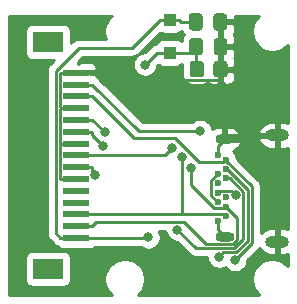
<source format=gbr>
%TF.GenerationSoftware,KiCad,Pcbnew,(5.1.7)-1*%
%TF.CreationDate,2021-02-26T18:48:08+00:00*%
%TF.ProjectId,Small Camera Adapter,536d616c-6c20-4436-916d-657261204164,rev?*%
%TF.SameCoordinates,Original*%
%TF.FileFunction,Copper,L2,Bot*%
%TF.FilePolarity,Positive*%
%FSLAX46Y46*%
G04 Gerber Fmt 4.6, Leading zero omitted, Abs format (unit mm)*
G04 Created by KiCad (PCBNEW (5.1.7)-1) date 2021-02-26 18:48:08*
%MOMM*%
%LPD*%
G01*
G04 APERTURE LIST*
%TA.AperFunction,ComponentPad*%
%ADD10O,2.000000X1.000000*%
%TD*%
%TA.AperFunction,ComponentPad*%
%ADD11O,1.600000X0.800000*%
%TD*%
%TA.AperFunction,ComponentPad*%
%ADD12C,0.600000*%
%TD*%
%TA.AperFunction,SMDPad,CuDef*%
%ADD13R,2.200000X0.600000*%
%TD*%
%TA.AperFunction,SMDPad,CuDef*%
%ADD14R,2.600000X1.800000*%
%TD*%
%TA.AperFunction,SMDPad,CuDef*%
%ADD15R,1.100000X1.100000*%
%TD*%
%TA.AperFunction,ViaPad*%
%ADD16C,0.800000*%
%TD*%
%TA.AperFunction,Conductor*%
%ADD17C,0.250000*%
%TD*%
%TA.AperFunction,Conductor*%
%ADD18C,0.254000*%
%TD*%
%TA.AperFunction,Conductor*%
%ADD19C,0.100000*%
%TD*%
G04 APERTURE END LIST*
D10*
%TO.P,J2,S4*%
%TO.N,GND*%
X163700000Y-118910000D03*
%TO.P,J2,S3*%
X163700000Y-127890000D03*
D11*
%TO.P,J2,S2*%
X159250000Y-119220000D03*
%TO.P,J2,S1*%
X159250000Y-127480000D03*
D12*
%TO.P,J2,B12*%
X158650000Y-126150000D03*
%TO.P,J2,B11*%
%TO.N,CAMERASCL*%
X159350000Y-125750000D03*
%TO.P,J2,B10*%
%TO.N,CAMERASDA*%
X159350000Y-124950000D03*
%TO.P,J2,B9*%
%TO.N,3.3VProtected*%
X158650000Y-124550000D03*
%TO.P,J2,B8*%
%TO.N,CAMERACN*%
X159350000Y-124150000D03*
%TO.P,J2,B7*%
%TO.N,CAMERADN1*%
X158650000Y-123750000D03*
%TO.P,J2,B6*%
%TO.N,CAMERADP1*%
X158650000Y-122950000D03*
%TO.P,J2,B5*%
%TO.N,CAMERACP*%
X159350000Y-122550000D03*
%TO.P,J2,B4*%
%TO.N,3.3VProtected*%
X158650000Y-122150000D03*
%TO.P,J2,B3*%
%TO.N,CAMERADN0*%
X159350000Y-121750000D03*
%TO.P,J2,B2*%
%TO.N,CAMERADP0*%
X159350000Y-120950000D03*
%TO.P,J2,B1*%
%TO.N,GND*%
X158650000Y-120550000D03*
%TD*%
D13*
%TO.P,J1,5*%
%TO.N,CAMERAGPIO*%
X146700000Y-123600000D03*
%TO.P,J1,4*%
%TO.N,Net-(J1-Pad4)*%
X146700000Y-124600000D03*
%TO.P,J1,6*%
%TO.N,GND*%
X146700000Y-122600000D03*
%TO.P,J1,3*%
%TO.N,CAMERASCL*%
X146700000Y-125600000D03*
D14*
%TO.P,J1,Z2*%
%TO.N,N/C*%
X144300000Y-111000000D03*
%TO.P,J1,Z1*%
X144300000Y-130200000D03*
D13*
%TO.P,J1,2*%
%TO.N,CAMERASDA*%
X146700000Y-126600000D03*
%TO.P,J1,1*%
%TO.N,3.3VProtected*%
X146700000Y-127600000D03*
%TO.P,J1,7*%
%TO.N,CAMERACP*%
X146700000Y-121600000D03*
%TO.P,J1,8*%
%TO.N,CAMERACN*%
X146700000Y-120600000D03*
%TO.P,J1,9*%
%TO.N,GND*%
X146700000Y-119600000D03*
%TO.P,J1,10*%
%TO.N,CAMERADP1*%
X146700000Y-118600000D03*
%TO.P,J1,11*%
%TO.N,CAMERADN1*%
X146700000Y-117600000D03*
%TO.P,J1,12*%
%TO.N,GND*%
X146700000Y-116600000D03*
%TO.P,J1,13*%
%TO.N,CAMERADP0*%
X146700000Y-115600000D03*
%TO.P,J1,14*%
%TO.N,CAMERADN0*%
X146700000Y-114600000D03*
%TO.P,J1,15*%
%TO.N,GND*%
X146700000Y-113600000D03*
%TD*%
D15*
%TO.P,D2,1*%
%TO.N,3.3VProtected*%
X154600000Y-109100000D03*
%TO.P,D2,2*%
%TO.N,Net-(C2-Pad1)*%
X154600000Y-111900000D03*
%TD*%
%TO.P,C1,2*%
%TO.N,GND*%
%TA.AperFunction,SMDPad,CuDef*%
G36*
G01*
X158288000Y-109775000D02*
X158288000Y-108825000D01*
G75*
G02*
X158538000Y-108575000I250000J0D01*
G01*
X159213000Y-108575000D01*
G75*
G02*
X159463000Y-108825000I0J-250000D01*
G01*
X159463000Y-109775000D01*
G75*
G02*
X159213000Y-110025000I-250000J0D01*
G01*
X158538000Y-110025000D01*
G75*
G02*
X158288000Y-109775000I0J250000D01*
G01*
G37*
%TD.AperFunction*%
%TO.P,C1,1*%
%TO.N,3.3VProtected*%
%TA.AperFunction,SMDPad,CuDef*%
G36*
G01*
X156213000Y-109775000D02*
X156213000Y-108825000D01*
G75*
G02*
X156463000Y-108575000I250000J0D01*
G01*
X157138000Y-108575000D01*
G75*
G02*
X157388000Y-108825000I0J-250000D01*
G01*
X157388000Y-109775000D01*
G75*
G02*
X157138000Y-110025000I-250000J0D01*
G01*
X156463000Y-110025000D01*
G75*
G02*
X156213000Y-109775000I0J250000D01*
G01*
G37*
%TD.AperFunction*%
%TD*%
%TO.P,C2,1*%
%TO.N,Net-(C2-Pad1)*%
%TA.AperFunction,SMDPad,CuDef*%
G36*
G01*
X156237000Y-111875000D02*
X156237000Y-110925000D01*
G75*
G02*
X156487000Y-110675000I250000J0D01*
G01*
X157162000Y-110675000D01*
G75*
G02*
X157412000Y-110925000I0J-250000D01*
G01*
X157412000Y-111875000D01*
G75*
G02*
X157162000Y-112125000I-250000J0D01*
G01*
X156487000Y-112125000D01*
G75*
G02*
X156237000Y-111875000I0J250000D01*
G01*
G37*
%TD.AperFunction*%
%TO.P,C2,2*%
%TO.N,GND*%
%TA.AperFunction,SMDPad,CuDef*%
G36*
G01*
X158312000Y-111875000D02*
X158312000Y-110925000D01*
G75*
G02*
X158562000Y-110675000I250000J0D01*
G01*
X159237000Y-110675000D01*
G75*
G02*
X159487000Y-110925000I0J-250000D01*
G01*
X159487000Y-111875000D01*
G75*
G02*
X159237000Y-112125000I-250000J0D01*
G01*
X158562000Y-112125000D01*
G75*
G02*
X158312000Y-111875000I0J250000D01*
G01*
G37*
%TD.AperFunction*%
%TD*%
%TO.P,R1,1*%
%TO.N,GND*%
%TA.AperFunction,SMDPad,CuDef*%
G36*
G01*
X159500000Y-112849999D02*
X159500000Y-113750001D01*
G75*
G02*
X159250001Y-114000000I-249999J0D01*
G01*
X158549999Y-114000000D01*
G75*
G02*
X158300000Y-113750001I0J249999D01*
G01*
X158300000Y-112849999D01*
G75*
G02*
X158549999Y-112600000I249999J0D01*
G01*
X159250001Y-112600000D01*
G75*
G02*
X159500000Y-112849999I0J-249999D01*
G01*
G37*
%TD.AperFunction*%
%TO.P,R1,2*%
%TO.N,Net-(C2-Pad1)*%
%TA.AperFunction,SMDPad,CuDef*%
G36*
G01*
X157500000Y-112849999D02*
X157500000Y-113750001D01*
G75*
G02*
X157250001Y-114000000I-249999J0D01*
G01*
X156549999Y-114000000D01*
G75*
G02*
X156300000Y-113750001I0J249999D01*
G01*
X156300000Y-112849999D01*
G75*
G02*
X156549999Y-112600000I249999J0D01*
G01*
X157250001Y-112600000D01*
G75*
G02*
X157500000Y-112849999I0J-249999D01*
G01*
G37*
%TD.AperFunction*%
%TD*%
D16*
%TO.N,3.3VProtected*%
X152800000Y-127549500D03*
%TO.N,CAMERASCL*%
X155665100Y-120721500D03*
%TO.N,CAMERASDA*%
X156403800Y-121706000D03*
%TO.N,CAMERACP*%
X155255500Y-126884800D03*
X148301600Y-122262900D03*
%TO.N,CAMERACN*%
X154801800Y-119997800D03*
%TO.N,CAMERADP1*%
X148973300Y-119764200D03*
%TO.N,CAMERADN1*%
X149103400Y-118653400D03*
X160186900Y-123955200D03*
%TO.N,CAMERADP0*%
X160144600Y-129455800D03*
%TO.N,CAMERADN0*%
X157188200Y-118537700D03*
X158784600Y-129175300D03*
%TO.N,Net-(C2-Pad1)*%
X152525000Y-112910700D03*
%TD*%
D17*
%TO.N,GND*%
X158900000Y-114253100D02*
X158900000Y-113300000D01*
X159247600Y-118910000D02*
X159247600Y-114600700D01*
X159247600Y-114600700D02*
X158900000Y-114253100D01*
X158900000Y-114253100D02*
X149120900Y-114253100D01*
X149120900Y-114253100D02*
X148467800Y-113600000D01*
X148467800Y-113600000D02*
X146700000Y-113600000D01*
X146700000Y-122600000D02*
X145350000Y-122600000D01*
X145350000Y-119600000D02*
X145350000Y-122600000D01*
X145450000Y-116600000D02*
X145350000Y-116700000D01*
X145350000Y-116700000D02*
X145350000Y-119600000D01*
X146700000Y-119600000D02*
X145350000Y-119600000D01*
X145350000Y-113600000D02*
X145350000Y-116500000D01*
X145350000Y-116500000D02*
X145450000Y-116600000D01*
X146700000Y-113600000D02*
X145350000Y-113600000D01*
X146700000Y-116600000D02*
X145450000Y-116600000D01*
X159247600Y-119220000D02*
X159247600Y-118910000D01*
X159247600Y-118910000D02*
X162450000Y-118910000D01*
X163700000Y-118910000D02*
X162450000Y-118910000D01*
X158900000Y-113300000D02*
X158899500Y-113299500D01*
X158899500Y-113299500D02*
X158899500Y-111400000D01*
X158899500Y-111400000D02*
X158875500Y-111376000D01*
X158875500Y-111376000D02*
X158875500Y-109300000D01*
X158650000Y-120550000D02*
X158650000Y-119817600D01*
X158650000Y-119817600D02*
X159247600Y-119220000D01*
X159247600Y-119220000D02*
X159250000Y-119220000D01*
X158650000Y-126150000D02*
X158650000Y-126880000D01*
X158650000Y-126880000D02*
X159250000Y-127480000D01*
%TO.N,3.3VProtected*%
X154600000Y-109100000D02*
X155400000Y-109100000D01*
X156800500Y-109300000D02*
X155600000Y-109300000D01*
X155600000Y-109300000D02*
X155400000Y-109100000D01*
X158650000Y-124550000D02*
X158114500Y-124014500D01*
X158114500Y-124014500D02*
X158114500Y-122685500D01*
X158114500Y-122685500D02*
X158650000Y-122150000D01*
X146700000Y-127600000D02*
X152749500Y-127600000D01*
X152749500Y-127600000D02*
X152800000Y-127549500D01*
X146125000Y-127600000D02*
X146700000Y-127600000D01*
X146125000Y-127600000D02*
X145350000Y-127600000D01*
X154600000Y-109100000D02*
X153800000Y-109100000D01*
X145350000Y-127600000D02*
X144954600Y-127204600D01*
X144954600Y-127204600D02*
X144954600Y-113442700D01*
X144954600Y-113442700D02*
X146930400Y-111466900D01*
X146930400Y-111466900D02*
X151433100Y-111466900D01*
X151433100Y-111466900D02*
X153800000Y-109100000D01*
%TO.N,CAMERASCL*%
X155665100Y-125600000D02*
X159200000Y-125600000D01*
X159200000Y-125600000D02*
X159350000Y-125750000D01*
X148050000Y-125600000D02*
X155665100Y-125600000D01*
X155665100Y-125600000D02*
X155665100Y-120721500D01*
X146700000Y-125600000D02*
X148050000Y-125600000D01*
%TO.N,CAMERASDA*%
X159350000Y-124950000D02*
X159205700Y-125094300D01*
X159205700Y-125094300D02*
X158356500Y-125094300D01*
X158356500Y-125094300D02*
X156403800Y-123141600D01*
X156403800Y-123141600D02*
X156403800Y-121706000D01*
X148050000Y-126600000D02*
X148390600Y-126259400D01*
X148390600Y-126259400D02*
X155824000Y-126259400D01*
X155824000Y-126259400D02*
X157674400Y-128109800D01*
X157674400Y-128109800D02*
X159927000Y-128109800D01*
X159927000Y-128109800D02*
X160306500Y-127730300D01*
X160306500Y-127730300D02*
X160306500Y-125906500D01*
X160306500Y-125906500D02*
X159350000Y-124950000D01*
X146700000Y-126600000D02*
X148050000Y-126600000D01*
%TO.N,CAMERACP*%
X148050000Y-121600000D02*
X148050000Y-122011300D01*
X148050000Y-122011300D02*
X148301600Y-122262900D01*
X146700000Y-121600000D02*
X148050000Y-121600000D01*
X159350000Y-122550000D02*
X159678300Y-122550000D01*
X159678300Y-122550000D02*
X160840000Y-123711700D01*
X160840000Y-123711700D02*
X160840000Y-127692500D01*
X160840000Y-127692500D02*
X160072300Y-128460200D01*
X160072300Y-128460200D02*
X156830900Y-128460200D01*
X156830900Y-128460200D02*
X155255500Y-126884800D01*
%TO.N,CAMERACN*%
X146700000Y-120600000D02*
X154199600Y-120600000D01*
X154199600Y-120600000D02*
X154801800Y-119997800D01*
%TO.N,CAMERADP1*%
X146700000Y-118600000D02*
X148050000Y-118600000D01*
X148050000Y-118600000D02*
X148050000Y-118840900D01*
X148050000Y-118840900D02*
X148973300Y-119764200D01*
%TO.N,CAMERADN1*%
X148050000Y-117600000D02*
X149103400Y-118653400D01*
X146700000Y-117600000D02*
X148050000Y-117600000D01*
X158650000Y-123750000D02*
X158803200Y-123596800D01*
X158803200Y-123596800D02*
X159828500Y-123596800D01*
X159828500Y-123596800D02*
X160186900Y-123955200D01*
%TO.N,CAMERADP0*%
X148050000Y-115600000D02*
X151558300Y-119108300D01*
X151558300Y-119108300D02*
X155089300Y-119108300D01*
X155089300Y-119108300D02*
X157117000Y-121136000D01*
X157117000Y-121136000D02*
X159164000Y-121136000D01*
X159164000Y-121136000D02*
X159321600Y-120978400D01*
X159321600Y-120978400D02*
X161571700Y-123228500D01*
X161571700Y-123228500D02*
X161571700Y-128028700D01*
X161571700Y-128028700D02*
X160144600Y-129455800D01*
X159321600Y-120978400D02*
X159350000Y-120950000D01*
X146700000Y-115600000D02*
X148050000Y-115600000D01*
%TO.N,CAMERADN0*%
X157188200Y-118537700D02*
X151987700Y-118537700D01*
X151987700Y-118537700D02*
X148050000Y-114600000D01*
X158784600Y-129175300D02*
X159149300Y-128810600D01*
X159149300Y-128810600D02*
X160217400Y-128810600D01*
X160217400Y-128810600D02*
X161220400Y-127807600D01*
X161220400Y-127807600D02*
X161220400Y-123549400D01*
X161220400Y-123549400D02*
X159421000Y-121750000D01*
X159421000Y-121750000D02*
X159350000Y-121750000D01*
X146700000Y-114600000D02*
X148050000Y-114600000D01*
%TO.N,Net-(C2-Pad1)*%
X156824500Y-111900000D02*
X156824500Y-111400000D01*
X156900000Y-113300000D02*
X156824500Y-113224500D01*
X156824500Y-113224500D02*
X156824500Y-111900000D01*
X156824500Y-111900000D02*
X155400000Y-111900000D01*
X154600000Y-111900000D02*
X155400000Y-111900000D01*
X154600000Y-111900000D02*
X153535700Y-111900000D01*
X153535700Y-111900000D02*
X152525000Y-112910700D01*
%TD*%
D18*
%TO.N,GND*%
X149452337Y-108994002D02*
X149262463Y-109278169D01*
X149131675Y-109593919D01*
X149065000Y-109929117D01*
X149065000Y-110270883D01*
X149131675Y-110606081D01*
X149173436Y-110706900D01*
X146967722Y-110706900D01*
X146930399Y-110703224D01*
X146893076Y-110706900D01*
X146893067Y-110706900D01*
X146781414Y-110717897D01*
X146669827Y-110751746D01*
X146638153Y-110761354D01*
X146506123Y-110831926D01*
X146424619Y-110898815D01*
X146390399Y-110926899D01*
X146366601Y-110955897D01*
X146238072Y-111084426D01*
X146238072Y-110100000D01*
X146225812Y-109975518D01*
X146189502Y-109855820D01*
X146130537Y-109745506D01*
X146051185Y-109648815D01*
X145954494Y-109569463D01*
X145844180Y-109510498D01*
X145724482Y-109474188D01*
X145600000Y-109461928D01*
X143000000Y-109461928D01*
X142875518Y-109474188D01*
X142755820Y-109510498D01*
X142645506Y-109569463D01*
X142548815Y-109648815D01*
X142469463Y-109745506D01*
X142410498Y-109855820D01*
X142374188Y-109975518D01*
X142361928Y-110100000D01*
X142361928Y-111900000D01*
X142374188Y-112024482D01*
X142410498Y-112144180D01*
X142469463Y-112254494D01*
X142548815Y-112351185D01*
X142645506Y-112430537D01*
X142755820Y-112489502D01*
X142875518Y-112525812D01*
X143000000Y-112538072D01*
X144784427Y-112538072D01*
X144443598Y-112878901D01*
X144414600Y-112902699D01*
X144390802Y-112931697D01*
X144390801Y-112931698D01*
X144319626Y-113018424D01*
X144249054Y-113150454D01*
X144205598Y-113293715D01*
X144190924Y-113442700D01*
X144194601Y-113480032D01*
X144194600Y-127167278D01*
X144190924Y-127204600D01*
X144194600Y-127241922D01*
X144194600Y-127241932D01*
X144205597Y-127353585D01*
X144246583Y-127488699D01*
X144249054Y-127496846D01*
X144319626Y-127628876D01*
X144359471Y-127677426D01*
X144414599Y-127744601D01*
X144443603Y-127768404D01*
X144786196Y-128110997D01*
X144809999Y-128140001D01*
X144925724Y-128234974D01*
X145057753Y-128305546D01*
X145129129Y-128327197D01*
X145148815Y-128351185D01*
X145245506Y-128430537D01*
X145355820Y-128489502D01*
X145475518Y-128525812D01*
X145600000Y-128538072D01*
X147800000Y-128538072D01*
X147924482Y-128525812D01*
X148044180Y-128489502D01*
X148154494Y-128430537D01*
X148240444Y-128360000D01*
X152150048Y-128360000D01*
X152309744Y-128466705D01*
X152498102Y-128544726D01*
X152698061Y-128584500D01*
X152901939Y-128584500D01*
X153101898Y-128544726D01*
X153290256Y-128466705D01*
X153459774Y-128353437D01*
X153603937Y-128209274D01*
X153717205Y-128039756D01*
X153795226Y-127851398D01*
X153835000Y-127651439D01*
X153835000Y-127447561D01*
X153795226Y-127247602D01*
X153717205Y-127059244D01*
X153690582Y-127019400D01*
X154226997Y-127019400D01*
X154260274Y-127186698D01*
X154338295Y-127375056D01*
X154451563Y-127544574D01*
X154595726Y-127688737D01*
X154765244Y-127802005D01*
X154953602Y-127880026D01*
X155153561Y-127919800D01*
X155215699Y-127919800D01*
X156267101Y-128971203D01*
X156290899Y-129000201D01*
X156319897Y-129023999D01*
X156406623Y-129095174D01*
X156516495Y-129153902D01*
X156538653Y-129165746D01*
X156681914Y-129209203D01*
X156793567Y-129220200D01*
X156793576Y-129220200D01*
X156830899Y-129223876D01*
X156868222Y-129220200D01*
X157749600Y-129220200D01*
X157749600Y-129277239D01*
X157789374Y-129477198D01*
X157867395Y-129665556D01*
X157980663Y-129835074D01*
X158124826Y-129979237D01*
X158294344Y-130092505D01*
X158482702Y-130170526D01*
X158682661Y-130210300D01*
X158886539Y-130210300D01*
X159086498Y-130170526D01*
X159274856Y-130092505D01*
X159309695Y-130069227D01*
X159340663Y-130115574D01*
X159484826Y-130259737D01*
X159654344Y-130373005D01*
X159842702Y-130451026D01*
X160042661Y-130490800D01*
X160246539Y-130490800D01*
X160446498Y-130451026D01*
X160634856Y-130373005D01*
X160804374Y-130259737D01*
X160948537Y-130115574D01*
X161061805Y-129946056D01*
X161139826Y-129757698D01*
X161179600Y-129557739D01*
X161179600Y-129495601D01*
X162082703Y-128592499D01*
X162111701Y-128568701D01*
X162206674Y-128452976D01*
X162208353Y-128449834D01*
X162307631Y-128602764D01*
X162463831Y-128763161D01*
X162648322Y-128890003D01*
X162854013Y-128978415D01*
X163073000Y-129025000D01*
X163573000Y-129025000D01*
X163573000Y-128017000D01*
X163553000Y-128017000D01*
X163553000Y-127763000D01*
X163573000Y-127763000D01*
X163573000Y-126755000D01*
X163073000Y-126755000D01*
X162854013Y-126801585D01*
X162648322Y-126889997D01*
X162463831Y-127016839D01*
X162331700Y-127152520D01*
X162331700Y-123265823D01*
X162335376Y-123228500D01*
X162331700Y-123191177D01*
X162331700Y-123191167D01*
X162320703Y-123079514D01*
X162277246Y-122936253D01*
X162235371Y-122857911D01*
X162206674Y-122804223D01*
X162135499Y-122717497D01*
X162111701Y-122688499D01*
X162082704Y-122664702D01*
X160285000Y-120866999D01*
X160285000Y-120857911D01*
X160249068Y-120677271D01*
X160178586Y-120507111D01*
X160076262Y-120353972D01*
X159946028Y-120223738D01*
X159938647Y-120218806D01*
X159976478Y-120210336D01*
X160163410Y-120127614D01*
X160330612Y-120010013D01*
X160471658Y-119862052D01*
X160581128Y-119689418D01*
X160644666Y-119506123D01*
X160516998Y-119347000D01*
X159377000Y-119347000D01*
X159377000Y-119367000D01*
X159123000Y-119367000D01*
X159123000Y-119347000D01*
X159103000Y-119347000D01*
X159103000Y-119211874D01*
X162105881Y-119211874D01*
X162185724Y-119434976D01*
X162307631Y-119622764D01*
X162463831Y-119783161D01*
X162648322Y-119910003D01*
X162854013Y-119998415D01*
X163073000Y-120045000D01*
X163573000Y-120045000D01*
X163573000Y-119037000D01*
X162232046Y-119037000D01*
X162105881Y-119211874D01*
X159103000Y-119211874D01*
X159103000Y-119093000D01*
X159123000Y-119093000D01*
X159123000Y-118185000D01*
X159377000Y-118185000D01*
X159377000Y-119093000D01*
X160516998Y-119093000D01*
X160644666Y-118933877D01*
X160581128Y-118750582D01*
X160490795Y-118608126D01*
X162105881Y-118608126D01*
X162232046Y-118783000D01*
X163573000Y-118783000D01*
X163573000Y-117775000D01*
X163073000Y-117775000D01*
X162854013Y-117821585D01*
X162648322Y-117909997D01*
X162463831Y-118036839D01*
X162307631Y-118197236D01*
X162185724Y-118385024D01*
X162105881Y-118608126D01*
X160490795Y-118608126D01*
X160471658Y-118577948D01*
X160330612Y-118429987D01*
X160163410Y-118312386D01*
X159976478Y-118229664D01*
X159777000Y-118185000D01*
X159377000Y-118185000D01*
X159123000Y-118185000D01*
X158723000Y-118185000D01*
X158523522Y-118229664D01*
X158336590Y-118312386D01*
X158215588Y-118397492D01*
X158183426Y-118235802D01*
X158105405Y-118047444D01*
X157992137Y-117877926D01*
X157847974Y-117733763D01*
X157678456Y-117620495D01*
X157490098Y-117542474D01*
X157290139Y-117502700D01*
X157086261Y-117502700D01*
X156886302Y-117542474D01*
X156697944Y-117620495D01*
X156528426Y-117733763D01*
X156484489Y-117777700D01*
X152302502Y-117777700D01*
X148613804Y-114089003D01*
X148590001Y-114059999D01*
X148474276Y-113965026D01*
X148433799Y-113943390D01*
X148438072Y-113900000D01*
X148435000Y-113885750D01*
X148276250Y-113727000D01*
X148075053Y-113727000D01*
X148044180Y-113710498D01*
X147924482Y-113674188D01*
X147800000Y-113661928D01*
X146553000Y-113661928D01*
X146553000Y-113473000D01*
X146573000Y-113473000D01*
X146573000Y-113453000D01*
X146827000Y-113453000D01*
X146827000Y-113473000D01*
X148276250Y-113473000D01*
X148435000Y-113314250D01*
X148438072Y-113300000D01*
X148425812Y-113175518D01*
X148389502Y-113055820D01*
X148330537Y-112945506D01*
X148251185Y-112848815D01*
X148154494Y-112769463D01*
X148044180Y-112710498D01*
X147924482Y-112674188D01*
X147800000Y-112661928D01*
X146985750Y-112665000D01*
X146827002Y-112823748D01*
X146827002Y-112665000D01*
X146807102Y-112665000D01*
X147245202Y-112226900D01*
X151395778Y-112226900D01*
X151433100Y-112230576D01*
X151470422Y-112226900D01*
X151470433Y-112226900D01*
X151582086Y-112215903D01*
X151725347Y-112172446D01*
X151857376Y-112101874D01*
X151973101Y-112006901D01*
X151996904Y-111977897D01*
X153759864Y-110214938D01*
X153805820Y-110239502D01*
X153925518Y-110275812D01*
X154050000Y-110288072D01*
X155150000Y-110288072D01*
X155274482Y-110275812D01*
X155394180Y-110239502D01*
X155504494Y-110180537D01*
X155601185Y-110101185D01*
X155628344Y-110068091D01*
X155642528Y-110114850D01*
X155724595Y-110268386D01*
X155803573Y-110364622D01*
X155748595Y-110431614D01*
X155666528Y-110585150D01*
X155615992Y-110751746D01*
X155601472Y-110899165D01*
X155601185Y-110898815D01*
X155504494Y-110819463D01*
X155394180Y-110760498D01*
X155274482Y-110724188D01*
X155150000Y-110711928D01*
X154050000Y-110711928D01*
X153925518Y-110724188D01*
X153805820Y-110760498D01*
X153695506Y-110819463D01*
X153598815Y-110898815D01*
X153519463Y-110995506D01*
X153460498Y-111105820D01*
X153448644Y-111144897D01*
X153386714Y-111150997D01*
X153243453Y-111194454D01*
X153111424Y-111265026D01*
X152995699Y-111359999D01*
X152971901Y-111388997D01*
X152485199Y-111875700D01*
X152423061Y-111875700D01*
X152223102Y-111915474D01*
X152034744Y-111993495D01*
X151865226Y-112106763D01*
X151721063Y-112250926D01*
X151607795Y-112420444D01*
X151529774Y-112608802D01*
X151490000Y-112808761D01*
X151490000Y-113012639D01*
X151529774Y-113212598D01*
X151607795Y-113400956D01*
X151721063Y-113570474D01*
X151865226Y-113714637D01*
X152034744Y-113827905D01*
X152223102Y-113905926D01*
X152423061Y-113945700D01*
X152626939Y-113945700D01*
X152826898Y-113905926D01*
X153015256Y-113827905D01*
X153184774Y-113714637D01*
X153328937Y-113570474D01*
X153442205Y-113400956D01*
X153520226Y-113212598D01*
X153560000Y-113012639D01*
X153560000Y-112950501D01*
X153604583Y-112905919D01*
X153695506Y-112980537D01*
X153805820Y-113039502D01*
X153925518Y-113075812D01*
X154050000Y-113088072D01*
X155150000Y-113088072D01*
X155274482Y-113075812D01*
X155394180Y-113039502D01*
X155504494Y-112980537D01*
X155601185Y-112901185D01*
X155664483Y-112824056D01*
X155661928Y-112849999D01*
X155661928Y-113750001D01*
X155678992Y-113923255D01*
X155729528Y-114089851D01*
X155811595Y-114243387D01*
X155922038Y-114377962D01*
X156056613Y-114488405D01*
X156210149Y-114570472D01*
X156376745Y-114621008D01*
X156549999Y-114638072D01*
X157250001Y-114638072D01*
X157423255Y-114621008D01*
X157589851Y-114570472D01*
X157743387Y-114488405D01*
X157824637Y-114421724D01*
X157848815Y-114451185D01*
X157945506Y-114530537D01*
X158055820Y-114589502D01*
X158175518Y-114625812D01*
X158300000Y-114638072D01*
X158614250Y-114635000D01*
X158773000Y-114476250D01*
X158773000Y-113427000D01*
X159027000Y-113427000D01*
X159027000Y-114476250D01*
X159185750Y-114635000D01*
X159500000Y-114638072D01*
X159624482Y-114625812D01*
X159744180Y-114589502D01*
X159854494Y-114530537D01*
X159951185Y-114451185D01*
X160030537Y-114354494D01*
X160089502Y-114244180D01*
X160125812Y-114124482D01*
X160138072Y-114000000D01*
X160135000Y-113585750D01*
X159976250Y-113427000D01*
X159027000Y-113427000D01*
X158773000Y-113427000D01*
X158753000Y-113427000D01*
X158753000Y-113173000D01*
X158773000Y-113173000D01*
X158773000Y-112123750D01*
X158772500Y-112123250D01*
X158772500Y-111527000D01*
X159026500Y-111527000D01*
X159026500Y-112601250D01*
X159027000Y-112601750D01*
X159027000Y-113173000D01*
X159976250Y-113173000D01*
X160135000Y-113014250D01*
X160138072Y-112600000D01*
X160125812Y-112475518D01*
X160089502Y-112355820D01*
X160083794Y-112345141D01*
X160112812Y-112249482D01*
X160125072Y-112125000D01*
X160122000Y-111685750D01*
X159963250Y-111527000D01*
X159026500Y-111527000D01*
X158772500Y-111527000D01*
X158752500Y-111527000D01*
X158752500Y-111273000D01*
X158772500Y-111273000D01*
X158772500Y-110198750D01*
X158748500Y-110174750D01*
X158748500Y-109427000D01*
X159002500Y-109427000D01*
X159002500Y-110501250D01*
X159026500Y-110525250D01*
X159026500Y-111273000D01*
X159963250Y-111273000D01*
X160122000Y-111114250D01*
X160125072Y-110675000D01*
X160112812Y-110550518D01*
X160076502Y-110430820D01*
X160021302Y-110327550D01*
X160052502Y-110269180D01*
X160088812Y-110149482D01*
X160101072Y-110025000D01*
X160098000Y-109585750D01*
X159939250Y-109427000D01*
X159002500Y-109427000D01*
X158748500Y-109427000D01*
X158728500Y-109427000D01*
X158728500Y-109173000D01*
X158748500Y-109173000D01*
X158748500Y-109153000D01*
X159002500Y-109153000D01*
X159002500Y-109173000D01*
X159939250Y-109173000D01*
X160098000Y-109014250D01*
X160099778Y-108760000D01*
X162186339Y-108760000D01*
X161952337Y-108994002D01*
X161762463Y-109278169D01*
X161631675Y-109593919D01*
X161565000Y-109929117D01*
X161565000Y-110270883D01*
X161631675Y-110606081D01*
X161762463Y-110921831D01*
X161952337Y-111205998D01*
X162194002Y-111447663D01*
X162478169Y-111637537D01*
X162793919Y-111768325D01*
X163129117Y-111835000D01*
X163470883Y-111835000D01*
X163806081Y-111768325D01*
X164121831Y-111637537D01*
X164405998Y-111447663D01*
X164640000Y-111213661D01*
X164640000Y-117861995D01*
X164545987Y-117821585D01*
X164327000Y-117775000D01*
X163827000Y-117775000D01*
X163827000Y-118783000D01*
X163847000Y-118783000D01*
X163847000Y-119037000D01*
X163827000Y-119037000D01*
X163827000Y-120045000D01*
X164327000Y-120045000D01*
X164545987Y-119998415D01*
X164640000Y-119958005D01*
X164640001Y-126841995D01*
X164545987Y-126801585D01*
X164327000Y-126755000D01*
X163827000Y-126755000D01*
X163827000Y-127763000D01*
X163847000Y-127763000D01*
X163847000Y-128017000D01*
X163827000Y-128017000D01*
X163827000Y-129025000D01*
X164327000Y-129025000D01*
X164545987Y-128978415D01*
X164640001Y-128938005D01*
X164640001Y-129986340D01*
X164405998Y-129752337D01*
X164121831Y-129562463D01*
X163806081Y-129431675D01*
X163470883Y-129365000D01*
X163129117Y-129365000D01*
X162793919Y-129431675D01*
X162478169Y-129562463D01*
X162194002Y-129752337D01*
X161952337Y-129994002D01*
X161762463Y-130278169D01*
X161631675Y-130593919D01*
X161565000Y-130929117D01*
X161565000Y-131270883D01*
X161631675Y-131606081D01*
X161762463Y-131921831D01*
X161952337Y-132205998D01*
X162186339Y-132440000D01*
X151913661Y-132440000D01*
X152147663Y-132205998D01*
X152337537Y-131921831D01*
X152468325Y-131606081D01*
X152535000Y-131270883D01*
X152535000Y-130929117D01*
X152468325Y-130593919D01*
X152337537Y-130278169D01*
X152147663Y-129994002D01*
X151905998Y-129752337D01*
X151621831Y-129562463D01*
X151306081Y-129431675D01*
X150970883Y-129365000D01*
X150629117Y-129365000D01*
X150293919Y-129431675D01*
X149978169Y-129562463D01*
X149694002Y-129752337D01*
X149452337Y-129994002D01*
X149262463Y-130278169D01*
X149131675Y-130593919D01*
X149065000Y-130929117D01*
X149065000Y-131270883D01*
X149131675Y-131606081D01*
X149262463Y-131921831D01*
X149452337Y-132205998D01*
X149686339Y-132440000D01*
X140960000Y-132440000D01*
X140960000Y-129300000D01*
X142361928Y-129300000D01*
X142361928Y-131100000D01*
X142374188Y-131224482D01*
X142410498Y-131344180D01*
X142469463Y-131454494D01*
X142548815Y-131551185D01*
X142645506Y-131630537D01*
X142755820Y-131689502D01*
X142875518Y-131725812D01*
X143000000Y-131738072D01*
X145600000Y-131738072D01*
X145724482Y-131725812D01*
X145844180Y-131689502D01*
X145954494Y-131630537D01*
X146051185Y-131551185D01*
X146130537Y-131454494D01*
X146189502Y-131344180D01*
X146225812Y-131224482D01*
X146238072Y-131100000D01*
X146238072Y-129300000D01*
X146225812Y-129175518D01*
X146189502Y-129055820D01*
X146130537Y-128945506D01*
X146051185Y-128848815D01*
X145954494Y-128769463D01*
X145844180Y-128710498D01*
X145724482Y-128674188D01*
X145600000Y-128661928D01*
X143000000Y-128661928D01*
X142875518Y-128674188D01*
X142755820Y-128710498D01*
X142645506Y-128769463D01*
X142548815Y-128848815D01*
X142469463Y-128945506D01*
X142410498Y-129055820D01*
X142374188Y-129175518D01*
X142361928Y-129300000D01*
X140960000Y-129300000D01*
X140960000Y-108760000D01*
X149686339Y-108760000D01*
X149452337Y-108994002D01*
%TA.AperFunction,Conductor*%
D19*
G36*
X149452337Y-108994002D02*
G01*
X149262463Y-109278169D01*
X149131675Y-109593919D01*
X149065000Y-109929117D01*
X149065000Y-110270883D01*
X149131675Y-110606081D01*
X149173436Y-110706900D01*
X146967722Y-110706900D01*
X146930399Y-110703224D01*
X146893076Y-110706900D01*
X146893067Y-110706900D01*
X146781414Y-110717897D01*
X146669827Y-110751746D01*
X146638153Y-110761354D01*
X146506123Y-110831926D01*
X146424619Y-110898815D01*
X146390399Y-110926899D01*
X146366601Y-110955897D01*
X146238072Y-111084426D01*
X146238072Y-110100000D01*
X146225812Y-109975518D01*
X146189502Y-109855820D01*
X146130537Y-109745506D01*
X146051185Y-109648815D01*
X145954494Y-109569463D01*
X145844180Y-109510498D01*
X145724482Y-109474188D01*
X145600000Y-109461928D01*
X143000000Y-109461928D01*
X142875518Y-109474188D01*
X142755820Y-109510498D01*
X142645506Y-109569463D01*
X142548815Y-109648815D01*
X142469463Y-109745506D01*
X142410498Y-109855820D01*
X142374188Y-109975518D01*
X142361928Y-110100000D01*
X142361928Y-111900000D01*
X142374188Y-112024482D01*
X142410498Y-112144180D01*
X142469463Y-112254494D01*
X142548815Y-112351185D01*
X142645506Y-112430537D01*
X142755820Y-112489502D01*
X142875518Y-112525812D01*
X143000000Y-112538072D01*
X144784427Y-112538072D01*
X144443598Y-112878901D01*
X144414600Y-112902699D01*
X144390802Y-112931697D01*
X144390801Y-112931698D01*
X144319626Y-113018424D01*
X144249054Y-113150454D01*
X144205598Y-113293715D01*
X144190924Y-113442700D01*
X144194601Y-113480032D01*
X144194600Y-127167278D01*
X144190924Y-127204600D01*
X144194600Y-127241922D01*
X144194600Y-127241932D01*
X144205597Y-127353585D01*
X144246583Y-127488699D01*
X144249054Y-127496846D01*
X144319626Y-127628876D01*
X144359471Y-127677426D01*
X144414599Y-127744601D01*
X144443603Y-127768404D01*
X144786196Y-128110997D01*
X144809999Y-128140001D01*
X144925724Y-128234974D01*
X145057753Y-128305546D01*
X145129129Y-128327197D01*
X145148815Y-128351185D01*
X145245506Y-128430537D01*
X145355820Y-128489502D01*
X145475518Y-128525812D01*
X145600000Y-128538072D01*
X147800000Y-128538072D01*
X147924482Y-128525812D01*
X148044180Y-128489502D01*
X148154494Y-128430537D01*
X148240444Y-128360000D01*
X152150048Y-128360000D01*
X152309744Y-128466705D01*
X152498102Y-128544726D01*
X152698061Y-128584500D01*
X152901939Y-128584500D01*
X153101898Y-128544726D01*
X153290256Y-128466705D01*
X153459774Y-128353437D01*
X153603937Y-128209274D01*
X153717205Y-128039756D01*
X153795226Y-127851398D01*
X153835000Y-127651439D01*
X153835000Y-127447561D01*
X153795226Y-127247602D01*
X153717205Y-127059244D01*
X153690582Y-127019400D01*
X154226997Y-127019400D01*
X154260274Y-127186698D01*
X154338295Y-127375056D01*
X154451563Y-127544574D01*
X154595726Y-127688737D01*
X154765244Y-127802005D01*
X154953602Y-127880026D01*
X155153561Y-127919800D01*
X155215699Y-127919800D01*
X156267101Y-128971203D01*
X156290899Y-129000201D01*
X156319897Y-129023999D01*
X156406623Y-129095174D01*
X156516495Y-129153902D01*
X156538653Y-129165746D01*
X156681914Y-129209203D01*
X156793567Y-129220200D01*
X156793576Y-129220200D01*
X156830899Y-129223876D01*
X156868222Y-129220200D01*
X157749600Y-129220200D01*
X157749600Y-129277239D01*
X157789374Y-129477198D01*
X157867395Y-129665556D01*
X157980663Y-129835074D01*
X158124826Y-129979237D01*
X158294344Y-130092505D01*
X158482702Y-130170526D01*
X158682661Y-130210300D01*
X158886539Y-130210300D01*
X159086498Y-130170526D01*
X159274856Y-130092505D01*
X159309695Y-130069227D01*
X159340663Y-130115574D01*
X159484826Y-130259737D01*
X159654344Y-130373005D01*
X159842702Y-130451026D01*
X160042661Y-130490800D01*
X160246539Y-130490800D01*
X160446498Y-130451026D01*
X160634856Y-130373005D01*
X160804374Y-130259737D01*
X160948537Y-130115574D01*
X161061805Y-129946056D01*
X161139826Y-129757698D01*
X161179600Y-129557739D01*
X161179600Y-129495601D01*
X162082703Y-128592499D01*
X162111701Y-128568701D01*
X162206674Y-128452976D01*
X162208353Y-128449834D01*
X162307631Y-128602764D01*
X162463831Y-128763161D01*
X162648322Y-128890003D01*
X162854013Y-128978415D01*
X163073000Y-129025000D01*
X163573000Y-129025000D01*
X163573000Y-128017000D01*
X163553000Y-128017000D01*
X163553000Y-127763000D01*
X163573000Y-127763000D01*
X163573000Y-126755000D01*
X163073000Y-126755000D01*
X162854013Y-126801585D01*
X162648322Y-126889997D01*
X162463831Y-127016839D01*
X162331700Y-127152520D01*
X162331700Y-123265823D01*
X162335376Y-123228500D01*
X162331700Y-123191177D01*
X162331700Y-123191167D01*
X162320703Y-123079514D01*
X162277246Y-122936253D01*
X162235371Y-122857911D01*
X162206674Y-122804223D01*
X162135499Y-122717497D01*
X162111701Y-122688499D01*
X162082704Y-122664702D01*
X160285000Y-120866999D01*
X160285000Y-120857911D01*
X160249068Y-120677271D01*
X160178586Y-120507111D01*
X160076262Y-120353972D01*
X159946028Y-120223738D01*
X159938647Y-120218806D01*
X159976478Y-120210336D01*
X160163410Y-120127614D01*
X160330612Y-120010013D01*
X160471658Y-119862052D01*
X160581128Y-119689418D01*
X160644666Y-119506123D01*
X160516998Y-119347000D01*
X159377000Y-119347000D01*
X159377000Y-119367000D01*
X159123000Y-119367000D01*
X159123000Y-119347000D01*
X159103000Y-119347000D01*
X159103000Y-119211874D01*
X162105881Y-119211874D01*
X162185724Y-119434976D01*
X162307631Y-119622764D01*
X162463831Y-119783161D01*
X162648322Y-119910003D01*
X162854013Y-119998415D01*
X163073000Y-120045000D01*
X163573000Y-120045000D01*
X163573000Y-119037000D01*
X162232046Y-119037000D01*
X162105881Y-119211874D01*
X159103000Y-119211874D01*
X159103000Y-119093000D01*
X159123000Y-119093000D01*
X159123000Y-118185000D01*
X159377000Y-118185000D01*
X159377000Y-119093000D01*
X160516998Y-119093000D01*
X160644666Y-118933877D01*
X160581128Y-118750582D01*
X160490795Y-118608126D01*
X162105881Y-118608126D01*
X162232046Y-118783000D01*
X163573000Y-118783000D01*
X163573000Y-117775000D01*
X163073000Y-117775000D01*
X162854013Y-117821585D01*
X162648322Y-117909997D01*
X162463831Y-118036839D01*
X162307631Y-118197236D01*
X162185724Y-118385024D01*
X162105881Y-118608126D01*
X160490795Y-118608126D01*
X160471658Y-118577948D01*
X160330612Y-118429987D01*
X160163410Y-118312386D01*
X159976478Y-118229664D01*
X159777000Y-118185000D01*
X159377000Y-118185000D01*
X159123000Y-118185000D01*
X158723000Y-118185000D01*
X158523522Y-118229664D01*
X158336590Y-118312386D01*
X158215588Y-118397492D01*
X158183426Y-118235802D01*
X158105405Y-118047444D01*
X157992137Y-117877926D01*
X157847974Y-117733763D01*
X157678456Y-117620495D01*
X157490098Y-117542474D01*
X157290139Y-117502700D01*
X157086261Y-117502700D01*
X156886302Y-117542474D01*
X156697944Y-117620495D01*
X156528426Y-117733763D01*
X156484489Y-117777700D01*
X152302502Y-117777700D01*
X148613804Y-114089003D01*
X148590001Y-114059999D01*
X148474276Y-113965026D01*
X148433799Y-113943390D01*
X148438072Y-113900000D01*
X148435000Y-113885750D01*
X148276250Y-113727000D01*
X148075053Y-113727000D01*
X148044180Y-113710498D01*
X147924482Y-113674188D01*
X147800000Y-113661928D01*
X146553000Y-113661928D01*
X146553000Y-113473000D01*
X146573000Y-113473000D01*
X146573000Y-113453000D01*
X146827000Y-113453000D01*
X146827000Y-113473000D01*
X148276250Y-113473000D01*
X148435000Y-113314250D01*
X148438072Y-113300000D01*
X148425812Y-113175518D01*
X148389502Y-113055820D01*
X148330537Y-112945506D01*
X148251185Y-112848815D01*
X148154494Y-112769463D01*
X148044180Y-112710498D01*
X147924482Y-112674188D01*
X147800000Y-112661928D01*
X146985750Y-112665000D01*
X146827002Y-112823748D01*
X146827002Y-112665000D01*
X146807102Y-112665000D01*
X147245202Y-112226900D01*
X151395778Y-112226900D01*
X151433100Y-112230576D01*
X151470422Y-112226900D01*
X151470433Y-112226900D01*
X151582086Y-112215903D01*
X151725347Y-112172446D01*
X151857376Y-112101874D01*
X151973101Y-112006901D01*
X151996904Y-111977897D01*
X153759864Y-110214938D01*
X153805820Y-110239502D01*
X153925518Y-110275812D01*
X154050000Y-110288072D01*
X155150000Y-110288072D01*
X155274482Y-110275812D01*
X155394180Y-110239502D01*
X155504494Y-110180537D01*
X155601185Y-110101185D01*
X155628344Y-110068091D01*
X155642528Y-110114850D01*
X155724595Y-110268386D01*
X155803573Y-110364622D01*
X155748595Y-110431614D01*
X155666528Y-110585150D01*
X155615992Y-110751746D01*
X155601472Y-110899165D01*
X155601185Y-110898815D01*
X155504494Y-110819463D01*
X155394180Y-110760498D01*
X155274482Y-110724188D01*
X155150000Y-110711928D01*
X154050000Y-110711928D01*
X153925518Y-110724188D01*
X153805820Y-110760498D01*
X153695506Y-110819463D01*
X153598815Y-110898815D01*
X153519463Y-110995506D01*
X153460498Y-111105820D01*
X153448644Y-111144897D01*
X153386714Y-111150997D01*
X153243453Y-111194454D01*
X153111424Y-111265026D01*
X152995699Y-111359999D01*
X152971901Y-111388997D01*
X152485199Y-111875700D01*
X152423061Y-111875700D01*
X152223102Y-111915474D01*
X152034744Y-111993495D01*
X151865226Y-112106763D01*
X151721063Y-112250926D01*
X151607795Y-112420444D01*
X151529774Y-112608802D01*
X151490000Y-112808761D01*
X151490000Y-113012639D01*
X151529774Y-113212598D01*
X151607795Y-113400956D01*
X151721063Y-113570474D01*
X151865226Y-113714637D01*
X152034744Y-113827905D01*
X152223102Y-113905926D01*
X152423061Y-113945700D01*
X152626939Y-113945700D01*
X152826898Y-113905926D01*
X153015256Y-113827905D01*
X153184774Y-113714637D01*
X153328937Y-113570474D01*
X153442205Y-113400956D01*
X153520226Y-113212598D01*
X153560000Y-113012639D01*
X153560000Y-112950501D01*
X153604583Y-112905919D01*
X153695506Y-112980537D01*
X153805820Y-113039502D01*
X153925518Y-113075812D01*
X154050000Y-113088072D01*
X155150000Y-113088072D01*
X155274482Y-113075812D01*
X155394180Y-113039502D01*
X155504494Y-112980537D01*
X155601185Y-112901185D01*
X155664483Y-112824056D01*
X155661928Y-112849999D01*
X155661928Y-113750001D01*
X155678992Y-113923255D01*
X155729528Y-114089851D01*
X155811595Y-114243387D01*
X155922038Y-114377962D01*
X156056613Y-114488405D01*
X156210149Y-114570472D01*
X156376745Y-114621008D01*
X156549999Y-114638072D01*
X157250001Y-114638072D01*
X157423255Y-114621008D01*
X157589851Y-114570472D01*
X157743387Y-114488405D01*
X157824637Y-114421724D01*
X157848815Y-114451185D01*
X157945506Y-114530537D01*
X158055820Y-114589502D01*
X158175518Y-114625812D01*
X158300000Y-114638072D01*
X158614250Y-114635000D01*
X158773000Y-114476250D01*
X158773000Y-113427000D01*
X159027000Y-113427000D01*
X159027000Y-114476250D01*
X159185750Y-114635000D01*
X159500000Y-114638072D01*
X159624482Y-114625812D01*
X159744180Y-114589502D01*
X159854494Y-114530537D01*
X159951185Y-114451185D01*
X160030537Y-114354494D01*
X160089502Y-114244180D01*
X160125812Y-114124482D01*
X160138072Y-114000000D01*
X160135000Y-113585750D01*
X159976250Y-113427000D01*
X159027000Y-113427000D01*
X158773000Y-113427000D01*
X158753000Y-113427000D01*
X158753000Y-113173000D01*
X158773000Y-113173000D01*
X158773000Y-112123750D01*
X158772500Y-112123250D01*
X158772500Y-111527000D01*
X159026500Y-111527000D01*
X159026500Y-112601250D01*
X159027000Y-112601750D01*
X159027000Y-113173000D01*
X159976250Y-113173000D01*
X160135000Y-113014250D01*
X160138072Y-112600000D01*
X160125812Y-112475518D01*
X160089502Y-112355820D01*
X160083794Y-112345141D01*
X160112812Y-112249482D01*
X160125072Y-112125000D01*
X160122000Y-111685750D01*
X159963250Y-111527000D01*
X159026500Y-111527000D01*
X158772500Y-111527000D01*
X158752500Y-111527000D01*
X158752500Y-111273000D01*
X158772500Y-111273000D01*
X158772500Y-110198750D01*
X158748500Y-110174750D01*
X158748500Y-109427000D01*
X159002500Y-109427000D01*
X159002500Y-110501250D01*
X159026500Y-110525250D01*
X159026500Y-111273000D01*
X159963250Y-111273000D01*
X160122000Y-111114250D01*
X160125072Y-110675000D01*
X160112812Y-110550518D01*
X160076502Y-110430820D01*
X160021302Y-110327550D01*
X160052502Y-110269180D01*
X160088812Y-110149482D01*
X160101072Y-110025000D01*
X160098000Y-109585750D01*
X159939250Y-109427000D01*
X159002500Y-109427000D01*
X158748500Y-109427000D01*
X158728500Y-109427000D01*
X158728500Y-109173000D01*
X158748500Y-109173000D01*
X158748500Y-109153000D01*
X159002500Y-109153000D01*
X159002500Y-109173000D01*
X159939250Y-109173000D01*
X160098000Y-109014250D01*
X160099778Y-108760000D01*
X162186339Y-108760000D01*
X161952337Y-108994002D01*
X161762463Y-109278169D01*
X161631675Y-109593919D01*
X161565000Y-109929117D01*
X161565000Y-110270883D01*
X161631675Y-110606081D01*
X161762463Y-110921831D01*
X161952337Y-111205998D01*
X162194002Y-111447663D01*
X162478169Y-111637537D01*
X162793919Y-111768325D01*
X163129117Y-111835000D01*
X163470883Y-111835000D01*
X163806081Y-111768325D01*
X164121831Y-111637537D01*
X164405998Y-111447663D01*
X164640000Y-111213661D01*
X164640000Y-117861995D01*
X164545987Y-117821585D01*
X164327000Y-117775000D01*
X163827000Y-117775000D01*
X163827000Y-118783000D01*
X163847000Y-118783000D01*
X163847000Y-119037000D01*
X163827000Y-119037000D01*
X163827000Y-120045000D01*
X164327000Y-120045000D01*
X164545987Y-119998415D01*
X164640000Y-119958005D01*
X164640001Y-126841995D01*
X164545987Y-126801585D01*
X164327000Y-126755000D01*
X163827000Y-126755000D01*
X163827000Y-127763000D01*
X163847000Y-127763000D01*
X163847000Y-128017000D01*
X163827000Y-128017000D01*
X163827000Y-129025000D01*
X164327000Y-129025000D01*
X164545987Y-128978415D01*
X164640001Y-128938005D01*
X164640001Y-129986340D01*
X164405998Y-129752337D01*
X164121831Y-129562463D01*
X163806081Y-129431675D01*
X163470883Y-129365000D01*
X163129117Y-129365000D01*
X162793919Y-129431675D01*
X162478169Y-129562463D01*
X162194002Y-129752337D01*
X161952337Y-129994002D01*
X161762463Y-130278169D01*
X161631675Y-130593919D01*
X161565000Y-130929117D01*
X161565000Y-131270883D01*
X161631675Y-131606081D01*
X161762463Y-131921831D01*
X161952337Y-132205998D01*
X162186339Y-132440000D01*
X151913661Y-132440000D01*
X152147663Y-132205998D01*
X152337537Y-131921831D01*
X152468325Y-131606081D01*
X152535000Y-131270883D01*
X152535000Y-130929117D01*
X152468325Y-130593919D01*
X152337537Y-130278169D01*
X152147663Y-129994002D01*
X151905998Y-129752337D01*
X151621831Y-129562463D01*
X151306081Y-129431675D01*
X150970883Y-129365000D01*
X150629117Y-129365000D01*
X150293919Y-129431675D01*
X149978169Y-129562463D01*
X149694002Y-129752337D01*
X149452337Y-129994002D01*
X149262463Y-130278169D01*
X149131675Y-130593919D01*
X149065000Y-130929117D01*
X149065000Y-131270883D01*
X149131675Y-131606081D01*
X149262463Y-131921831D01*
X149452337Y-132205998D01*
X149686339Y-132440000D01*
X140960000Y-132440000D01*
X140960000Y-129300000D01*
X142361928Y-129300000D01*
X142361928Y-131100000D01*
X142374188Y-131224482D01*
X142410498Y-131344180D01*
X142469463Y-131454494D01*
X142548815Y-131551185D01*
X142645506Y-131630537D01*
X142755820Y-131689502D01*
X142875518Y-131725812D01*
X143000000Y-131738072D01*
X145600000Y-131738072D01*
X145724482Y-131725812D01*
X145844180Y-131689502D01*
X145954494Y-131630537D01*
X146051185Y-131551185D01*
X146130537Y-131454494D01*
X146189502Y-131344180D01*
X146225812Y-131224482D01*
X146238072Y-131100000D01*
X146238072Y-129300000D01*
X146225812Y-129175518D01*
X146189502Y-129055820D01*
X146130537Y-128945506D01*
X146051185Y-128848815D01*
X145954494Y-128769463D01*
X145844180Y-128710498D01*
X145724482Y-128674188D01*
X145600000Y-128661928D01*
X143000000Y-128661928D01*
X142875518Y-128674188D01*
X142755820Y-128710498D01*
X142645506Y-128769463D01*
X142548815Y-128848815D01*
X142469463Y-128945506D01*
X142410498Y-129055820D01*
X142374188Y-129175518D01*
X142361928Y-129300000D01*
X140960000Y-129300000D01*
X140960000Y-108760000D01*
X149686339Y-108760000D01*
X149452337Y-108994002D01*
G37*
%TD.AperFunction*%
D18*
X146847000Y-122661928D02*
X146553000Y-122661928D01*
X146553000Y-122538072D01*
X146847000Y-122538072D01*
X146847000Y-122661928D01*
%TA.AperFunction,Conductor*%
D19*
G36*
X146847000Y-122661928D02*
G01*
X146553000Y-122661928D01*
X146553000Y-122538072D01*
X146847000Y-122538072D01*
X146847000Y-122661928D01*
G37*
%TD.AperFunction*%
D18*
X146847000Y-119661928D02*
X146553000Y-119661928D01*
X146553000Y-119538072D01*
X146847000Y-119538072D01*
X146847000Y-119661928D01*
%TA.AperFunction,Conductor*%
D19*
G36*
X146847000Y-119661928D02*
G01*
X146553000Y-119661928D01*
X146553000Y-119538072D01*
X146847000Y-119538072D01*
X146847000Y-119661928D01*
G37*
%TD.AperFunction*%
D18*
X146847000Y-116661928D02*
X146553000Y-116661928D01*
X146553000Y-116538072D01*
X146847000Y-116538072D01*
X146847000Y-116661928D01*
%TA.AperFunction,Conductor*%
D19*
G36*
X146847000Y-116661928D02*
G01*
X146553000Y-116661928D01*
X146553000Y-116538072D01*
X146847000Y-116538072D01*
X146847000Y-116661928D01*
G37*
%TD.AperFunction*%
%TD*%
M02*

</source>
